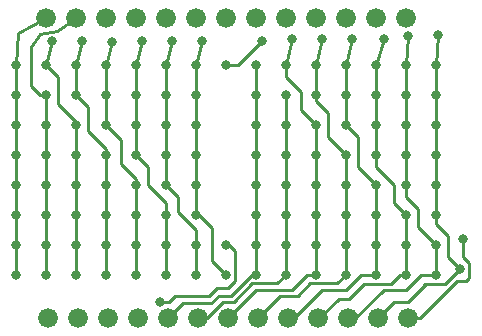
<source format=gbr>
G04 EAGLE Gerber RS-274X export*
G75*
%MOMM*%
%FSLAX34Y34*%
%LPD*%
%INBottom Copper*%
%IPPOS*%
%AMOC8*
5,1,8,0,0,1.08239X$1,22.5*%
G01*
%ADD10C,1.676400*%
%ADD11C,0.800100*%
%ADD12C,0.254000*%


D10*
X62230Y266700D03*
X87630Y266700D03*
X113030Y266700D03*
X138430Y266700D03*
X163830Y266700D03*
X189230Y266700D03*
X214630Y266700D03*
X240030Y266700D03*
X265430Y266700D03*
X290830Y266700D03*
X316230Y266700D03*
X341630Y266700D03*
X367030Y266700D03*
X63500Y12700D03*
X88900Y12700D03*
X114300Y12700D03*
X139700Y12700D03*
X165100Y12700D03*
X190500Y12700D03*
X215900Y12700D03*
X241300Y12700D03*
X266700Y12700D03*
X292100Y12700D03*
X317500Y12700D03*
X342900Y12700D03*
X368300Y12700D03*
D11*
X36830Y49530D03*
D12*
X36830Y74930D01*
D11*
X36830Y74930D03*
X36830Y100330D03*
D12*
X36830Y74930D01*
D11*
X36830Y125730D03*
D12*
X36830Y100330D01*
D11*
X36830Y151130D03*
D12*
X36830Y125730D01*
D11*
X36830Y201930D03*
D12*
X36830Y176530D01*
X36830Y151130D01*
D11*
X36830Y176530D03*
X36830Y227330D03*
D12*
X36830Y201930D01*
X36830Y227330D02*
X38100Y254000D01*
X62230Y266700D01*
D11*
X62230Y176530D03*
D12*
X62230Y201930D01*
D11*
X62230Y201930D03*
X62230Y151130D03*
D12*
X62230Y176530D01*
D11*
X62230Y125730D03*
D12*
X62230Y151130D01*
D11*
X62230Y100330D03*
D12*
X62230Y125730D01*
D11*
X62230Y74930D03*
D12*
X62230Y100330D01*
D11*
X62230Y49530D03*
D12*
X62230Y74930D01*
X49530Y209327D02*
X49530Y242570D01*
X49530Y209327D02*
X56927Y201930D01*
X62230Y201930D01*
X49530Y242570D02*
X57059Y253623D01*
X71755Y255905D01*
X87630Y266700D01*
D11*
X67310Y247650D03*
D12*
X62230Y227330D01*
D11*
X62230Y227330D03*
X87630Y49530D03*
D12*
X87630Y74930D01*
D11*
X87630Y74930D03*
X87630Y100330D03*
D12*
X87630Y74930D01*
D11*
X87630Y125730D03*
D12*
X87630Y100330D01*
D11*
X87630Y151130D03*
D12*
X87630Y125730D01*
D11*
X87630Y176530D03*
D12*
X87630Y151130D01*
X72390Y217170D02*
X62230Y227330D01*
X72390Y217170D02*
X72390Y194310D01*
X87630Y179070D01*
X87630Y176530D01*
D11*
X113030Y49530D03*
D12*
X113030Y74930D01*
D11*
X113030Y74930D03*
X113030Y100330D03*
D12*
X113030Y74930D01*
D11*
X113030Y125730D03*
D12*
X113030Y100330D01*
D11*
X113030Y151130D03*
D12*
X113030Y125730D01*
D11*
X92710Y247650D03*
D12*
X87630Y227330D01*
D11*
X87630Y227330D03*
X87630Y201930D03*
D12*
X87630Y227330D01*
X87630Y201930D02*
X97790Y191770D01*
X97790Y171450D01*
X113030Y156210D01*
X113030Y151130D01*
D11*
X113030Y176530D03*
D12*
X113030Y201930D01*
D11*
X113030Y201930D03*
X113030Y227330D03*
D12*
X113030Y201930D01*
D11*
X118110Y246380D03*
D12*
X113030Y227330D01*
D11*
X138430Y49530D03*
D12*
X138430Y74930D01*
D11*
X138430Y74930D03*
X138430Y100330D03*
D12*
X138430Y74930D01*
D11*
X138430Y125730D03*
D12*
X138430Y100330D01*
X125730Y163830D02*
X113030Y176530D01*
X125730Y163830D02*
X125730Y143510D01*
X138430Y130810D01*
X138430Y125730D01*
D11*
X138430Y151130D03*
D12*
X138430Y176530D01*
D11*
X138430Y176530D03*
X138430Y201930D03*
D12*
X138430Y176530D01*
D11*
X138430Y227330D03*
D12*
X138430Y201930D01*
D11*
X143510Y247650D03*
D12*
X138430Y227330D01*
D11*
X163830Y100330D03*
D12*
X163830Y74930D01*
D11*
X163830Y74930D03*
X163830Y49530D03*
D12*
X163830Y74930D01*
X148590Y140970D02*
X138430Y151130D01*
X148590Y140970D02*
X148590Y125730D01*
X163830Y110490D01*
X163830Y100330D01*
D11*
X168910Y247650D03*
D12*
X163830Y227330D01*
D11*
X163830Y227330D03*
X163830Y201930D03*
D12*
X163830Y227330D01*
D11*
X163830Y176530D03*
D12*
X163830Y201930D01*
D11*
X163830Y151130D03*
D12*
X163830Y176530D01*
D11*
X163830Y125730D03*
D12*
X163830Y151130D01*
D11*
X189230Y49530D03*
D12*
X189230Y74930D01*
D11*
X189230Y74930D03*
D12*
X173990Y115570D02*
X163830Y125730D01*
X173990Y115570D02*
X173990Y102870D01*
X189230Y87630D01*
X189230Y74930D01*
D11*
X189230Y100330D03*
D12*
X189230Y102870D01*
D11*
X189230Y125730D03*
D12*
X189230Y102870D01*
D11*
X189230Y151130D03*
D12*
X189230Y125730D01*
D11*
X189230Y176530D03*
D12*
X189230Y151130D01*
D11*
X189230Y201930D03*
D12*
X189230Y176530D01*
D11*
X189230Y227330D03*
D12*
X189230Y201930D01*
D11*
X194310Y247650D03*
D12*
X189230Y227330D01*
X189230Y102870D02*
X202977Y89123D01*
D11*
X214630Y49530D03*
D12*
X202977Y61183D01*
X202977Y89123D01*
X214630Y74930D02*
X217170Y74930D01*
D11*
X214630Y74930D03*
D12*
X217170Y74930D02*
X222250Y69850D01*
X222250Y44450D01*
D11*
X158750Y26670D03*
D12*
X215900Y38100D02*
X222250Y44450D01*
X215900Y38100D02*
X207010Y38100D01*
X200437Y31527D01*
X171227Y31527D01*
X166370Y26670D01*
X158750Y26670D01*
D11*
X265430Y49530D03*
D12*
X265430Y74930D01*
D11*
X265430Y74930D03*
X265430Y100330D03*
D12*
X265430Y74930D01*
D11*
X265430Y125730D03*
D12*
X265430Y100330D01*
D11*
X265430Y151130D03*
D12*
X265430Y125730D01*
D11*
X265430Y176530D03*
D12*
X265430Y151130D01*
D11*
X265430Y201930D03*
D12*
X265430Y176530D01*
D11*
X245110Y247650D03*
D12*
X224790Y227330D01*
X214630Y227330D01*
D11*
X214630Y227330D03*
D12*
X236443Y42133D02*
X258033Y42133D01*
X265430Y49530D01*
X236443Y42133D02*
X220980Y26670D01*
X212090Y26670D01*
X198120Y12700D01*
X190500Y12700D01*
D11*
X290830Y49530D03*
D12*
X290830Y74930D01*
D11*
X290830Y74930D03*
X290830Y100330D03*
D12*
X290830Y74930D01*
D11*
X290830Y125730D03*
D12*
X290830Y100330D01*
D11*
X290830Y151130D03*
D12*
X290830Y125730D01*
D11*
X290830Y176530D03*
D12*
X290830Y151130D01*
D11*
X265430Y227330D03*
X270510Y248920D03*
D12*
X265430Y227330D01*
X270510Y36830D02*
X240030Y36830D01*
X270510Y36830D02*
X283210Y49530D01*
X290830Y49530D01*
X265430Y217170D02*
X265430Y227330D01*
X265430Y217170D02*
X278130Y204470D01*
X278130Y189230D01*
X290830Y176530D01*
X240030Y36830D02*
X215900Y12700D01*
D11*
X295910Y248920D03*
D12*
X290830Y227330D01*
D11*
X290830Y227330D03*
X290830Y201930D03*
D12*
X290830Y227330D01*
D11*
X316230Y49530D03*
D12*
X316230Y74930D01*
D11*
X316230Y74930D03*
X316230Y100330D03*
D12*
X316230Y74930D01*
D11*
X316230Y125730D03*
D12*
X316230Y100330D01*
D11*
X316230Y151130D03*
D12*
X316230Y125730D01*
X290830Y196850D02*
X290830Y201930D01*
X290830Y196850D02*
X300990Y186690D01*
X300990Y166370D01*
X316230Y151130D01*
X285973Y42133D02*
X275590Y31750D01*
X285973Y42133D02*
X308833Y42133D01*
X316230Y49530D01*
X275590Y31750D02*
X260350Y31750D01*
X241300Y12700D01*
D11*
X316230Y176530D03*
D12*
X316230Y201930D01*
D11*
X321310Y248920D03*
D12*
X316230Y227330D02*
X316230Y201930D01*
X316230Y227330D02*
X321310Y248920D01*
D11*
X316230Y227330D03*
X316230Y201930D03*
X341630Y49530D03*
D12*
X341630Y74930D01*
D11*
X341630Y125730D03*
D12*
X341630Y100330D02*
X341630Y74930D01*
X341630Y100330D02*
X341630Y125730D01*
D11*
X341630Y100330D03*
X341630Y74930D03*
D12*
X341630Y125730D02*
X326390Y140970D01*
X326390Y166370D01*
X316230Y176530D01*
X316230Y36830D02*
X295910Y36830D01*
X316230Y36830D02*
X328930Y49530D01*
X341630Y49530D01*
X295910Y36830D02*
X271780Y12700D01*
X266700Y12700D01*
D11*
X347980Y248920D03*
D12*
X341630Y227330D01*
D11*
X341630Y227330D03*
X341630Y201930D03*
D12*
X341630Y227330D01*
D11*
X341630Y176530D03*
D12*
X341630Y201930D01*
D11*
X367030Y100330D03*
D12*
X367030Y74930D01*
D11*
X367030Y74930D03*
X367030Y49530D03*
D12*
X367030Y74930D01*
D11*
X341630Y151130D03*
D12*
X341630Y176530D01*
X341630Y151130D02*
X341630Y140970D01*
X356870Y125730D01*
X356870Y110490D01*
X367030Y100330D01*
X354330Y41910D02*
X331470Y41910D01*
X354330Y41910D02*
X361950Y49530D01*
X367030Y49530D01*
X331470Y41910D02*
X318770Y29210D01*
X309880Y29210D01*
X293370Y12700D01*
X292100Y12700D01*
D11*
X367030Y176530D03*
D12*
X367030Y201930D01*
D11*
X368300Y251460D03*
D12*
X367030Y227330D02*
X367030Y201930D01*
X367030Y227330D02*
X368300Y251460D01*
D11*
X367030Y227330D03*
X367030Y201930D03*
X392430Y49530D03*
D12*
X392430Y74930D01*
D11*
X392430Y74930D03*
X367030Y125730D03*
D12*
X367030Y151130D01*
D11*
X367030Y151130D03*
D12*
X367030Y176530D01*
X367030Y125730D02*
X367030Y115570D01*
X377190Y105410D01*
X377190Y90170D01*
X392430Y74930D01*
X367030Y36830D02*
X347980Y36830D01*
X367030Y36830D02*
X379730Y49530D01*
X392430Y49530D01*
X347980Y36830D02*
X323850Y12700D01*
X317500Y12700D01*
D11*
X392430Y176530D03*
D12*
X392430Y201930D01*
D11*
X393700Y252730D03*
D12*
X392430Y227330D02*
X392430Y201930D01*
X392430Y227330D02*
X393700Y252730D01*
D11*
X392430Y201930D03*
X392430Y227330D03*
X392430Y100330D03*
X392430Y125730D03*
D12*
X392430Y151130D01*
X392430Y176530D01*
D11*
X392430Y151130D03*
D12*
X392430Y125730D02*
X392430Y100330D01*
X392430Y92710D01*
X402590Y82550D01*
X402590Y64770D01*
X412750Y54610D01*
D11*
X412750Y54610D03*
D12*
X383540Y41910D02*
X382270Y41910D01*
X388620Y41910D02*
X400050Y41910D01*
X412750Y54610D01*
X356870Y26670D02*
X342900Y12700D01*
X356870Y26670D02*
X368300Y26670D01*
X383540Y41910D01*
X388620Y41910D01*
X410210Y44450D02*
X417830Y44450D01*
X420370Y46990D01*
X420370Y59690D01*
X415290Y64770D01*
X415290Y80010D01*
D11*
X415290Y80010D03*
D12*
X410210Y44450D02*
X378460Y12700D01*
X368300Y12700D01*
D11*
X240030Y227330D03*
D12*
X240030Y201930D01*
D11*
X240030Y201930D03*
X240030Y176530D03*
D12*
X240030Y201930D01*
D11*
X240030Y151130D03*
D12*
X240030Y176530D01*
D11*
X240030Y125730D03*
D12*
X240030Y151130D01*
D11*
X240030Y100330D03*
D12*
X240030Y125730D01*
D11*
X240030Y74930D03*
D12*
X240030Y100330D01*
D11*
X240030Y49530D03*
D12*
X240030Y74930D01*
X177800Y25400D02*
X165100Y12700D01*
X177800Y25400D02*
X201930Y25400D01*
X208280Y31750D01*
X218440Y31750D01*
X236220Y49530D01*
X240030Y49530D01*
M02*

</source>
